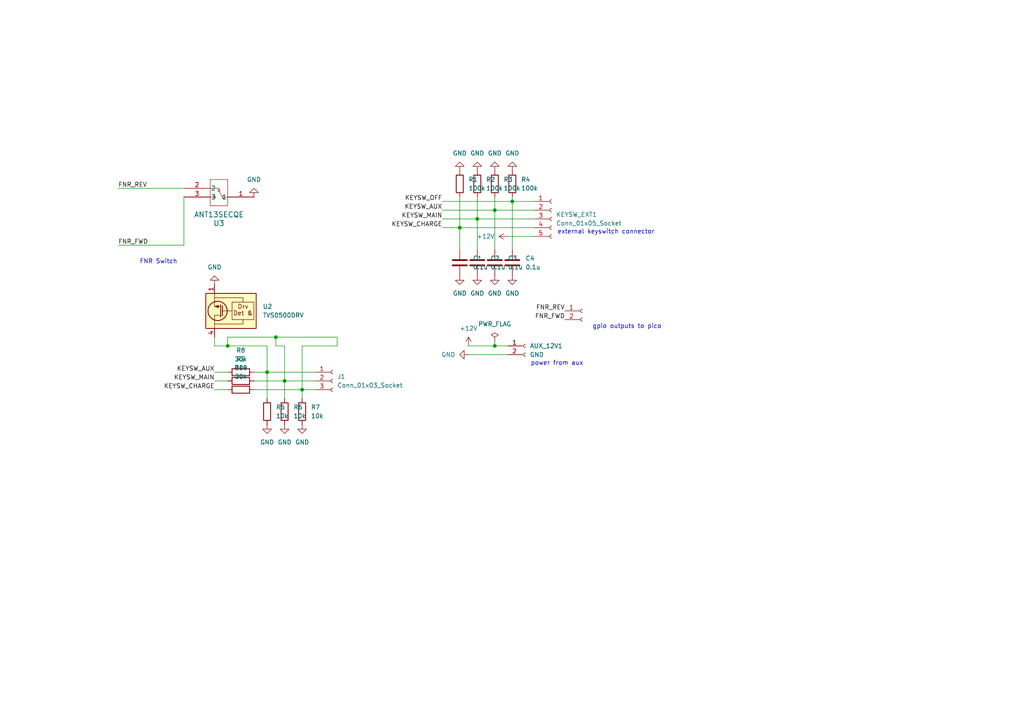
<source format=kicad_sch>
(kicad_sch (version 20250114) (generator "eeschema") (generator_version "9.0")
  (paper "A4")
  (lib_symbols
    (symbol "ANT13SECQE:ANT13SECQE" (pin_names (offset 0.254))
      (property "Reference" "U" (at 10.16 7.62 0))
      (property "Value" "ANT13SECQE" (at 10.16 5.08 0))
      (symbol "ANT13SECQE_0_1"
        (polyline (pts (xy 7.62 2.54) (xy 7.62 -5.08)) (stroke (width 0.127)))
        (polyline (pts (xy 7.62 0) (xy 8.5725 0)) (stroke (width 0.127)))
        (polyline (pts (xy 7.62 -5.08) (xy 12.7 -5.08)) (stroke (width 0.127)))
        (circle (center 8.89 0) (radius 0.3048) (stroke (width 0.127)))
        (polyline (pts (xy 10.16 -1.905) (xy 8.89 0.635)) (stroke (width 0.127)))
        (circle (center 10.16 -1.905) (radius 0.3048) (stroke (width 0.127)))
        (polyline (pts (xy 10.16 -2.54) (xy 10.16 -2.2098)) (stroke (width 0.127)))
        (polyline (pts (xy 10.16 -2.54) (xy 12.7 -2.54)) (stroke (width 0.127)))
        (circle (center 11.43 0) (radius 0.3048) (stroke (width 0.127)))
        (polyline (pts (xy 11.7475 0) (xy 12.7 0)) (stroke (width 0.127)))
        (polyline (pts (xy 12.7 2.54) (xy 7.62 2.54)) (stroke (width 0.127)))
        (polyline (pts (xy 12.7 -5.08) (xy 12.7 2.54)) (stroke (width 0.127)))
        (pin unspecified line (at 0 0 0) (length 7.62) (name "1") (number "1"))
        (pin unspecified line (at 20.32 0 180) (length 7.62) (name "3") (number "3"))
        (pin unspecified line (at 20.32 -2.54 180) (length 7.62) (name "2") (number "2"))
      )
    )
    (symbol "Connector:Conn_01x02_Socket" (pin_names (offset 1.016) (hide yes))
      (property "Reference" "J" (at 0 2.54 0))
      (property "Value" "Conn_01x02_Socket" (at 0 -5.08 0))
      (symbol "Conn_01x02_Socket_1_1"
        (polyline (pts (xy -1.27 0) (xy -0.508 0)) (stroke (width 0.1524)))
        (polyline (pts (xy -1.27 -2.54) (xy -0.508 -2.54)) (stroke (width 0.1524)))
        (arc (start 0 -0.508) (mid -0.5058 0) (end 0 0.508) (stroke (width 0.1524)))
        (arc (start 0 -3.048) (mid -0.5058 -2.54) (end 0 -2.032) (stroke (width 0.1524)))
        (pin passive line (at -5.08 0 0) (length 3.81) (name "Pin_1") (number "1"))
        (pin passive line (at -5.08 -2.54 0) (length 3.81) (name "Pin_2") (number "2"))
      )
    )
    (symbol "Connector:Conn_01x03_Socket" (pin_names (offset 1.016) (hide yes))
      (property "Reference" "J" (at 0 5.08 0))
      (property "Value" "Conn_01x03_Socket" (at 0 -5.08 0))
      (symbol "Conn_01x03_Socket_1_1"
        (polyline (pts (xy -1.27 2.54) (xy -0.508 2.54)) (stroke (width 0.1524)))
        (polyline (pts (xy -1.27 0) (xy -0.508 0)) (stroke (width 0.1524)))
        (polyline (pts (xy -1.27 -2.54) (xy -0.508 -2.54)) (stroke (width 0.1524)))
        (arc (start 0 2.032) (mid -0.5058 2.54) (end 0 3.048) (stroke (width 0.1524)))
        (arc (start 0 -0.508) (mid -0.5058 0) (end 0 0.508) (stroke (width 0.1524)))
        (arc (start 0 -3.048) (mid -0.5058 -2.54) (end 0 -2.032) (stroke (width 0.1524)))
        (pin passive line (at -5.08 2.54 0) (length 3.81) (name "Pin_1") (number "1"))
        (pin passive line (at -5.08 0 0) (length 3.81) (name "Pin_2") (number "2"))
        (pin passive line (at -5.08 -2.54 0) (length 3.81) (name "Pin_3") (number "3"))
      )
    )
    (symbol "Connector:Conn_01x05_Socket" (pin_names (offset 1.016) (hide yes))
      (property "Reference" "J" (at 0 7.62 0))
      (property "Value" "Conn_01x05_Socket" (at 0 -7.62 0))
      (symbol "Conn_01x05_Socket_1_1"
        (polyline (pts (xy -1.27 5.08) (xy -0.508 5.08)) (stroke (width 0.1524)))
        (polyline (pts (xy -1.27 2.54) (xy -0.508 2.54)) (stroke (width 0.1524)))
        (polyline (pts (xy -1.27 0) (xy -0.508 0)) (stroke (width 0.1524)))
        (polyline (pts (xy -1.27 -2.54) (xy -0.508 -2.54)) (stroke (width 0.1524)))
        (polyline (pts (xy -1.27 -5.08) (xy -0.508 -5.08)) (stroke (width 0.1524)))
        (arc (start 0 4.572) (mid -0.5058 5.08) (end 0 5.588) (stroke (width 0.1524)))
        (arc (start 0 2.032) (mid -0.5058 2.54) (end 0 3.048) (stroke (width 0.1524)))
        (arc (start 0 -0.508) (mid -0.5058 0) (end 0 0.508) (stroke (width 0.1524)))
        (arc (start 0 -3.048) (mid -0.5058 -2.54) (end 0 -2.032) (stroke (width 0.1524)))
        (arc (start 0 -5.588) (mid -0.5058 -5.08) (end 0 -4.572) (stroke (width 0.1524)))
        (pin passive line (at -5.08 5.08 0) (length 3.81) (name "Pin_1") (number "1"))
        (pin passive line (at -5.08 2.54 0) (length 3.81) (name "Pin_2") (number "2"))
        (pin passive line (at -5.08 0 0) (length 3.81) (name "Pin_3") (number "3"))
        (pin passive line (at -5.08 -2.54 0) (length 3.81) (name "Pin_4") (number "4"))
        (pin passive line (at -5.08 -5.08 0) (length 3.81) (name "Pin_5") (number "5"))
      )
    )
    (symbol "Device:C" (pin_numbers (hide yes)) (pin_names (offset 0.254))
      (property "Reference" "C" (at 0.635 2.54 0))
      (property "Value" "C" (at 0.635 -2.54 0))
      (symbol "C_0_1"
        (polyline (pts (xy -2.032 0.762) (xy 2.032 0.762)) (stroke (width 0.508)))
        (polyline (pts (xy -2.032 -0.762) (xy 2.032 -0.762)) (stroke (width 0.508)))
      )
      (symbol "C_1_1"
        (pin passive line (at 0 3.81 270) (length 2.794) (name "~") (number "1"))
        (pin passive line (at 0 -3.81 90) (length 2.794) (name "~") (number "2"))
      )
    )
    (symbol "Device:R" (pin_numbers (hide yes)) (pin_names (offset 0))
      (property "Reference" "R" (at 2.032 0 90))
      (property "Value" "R" (at 0 0 90))
      (symbol "R_0_1"
        (rectangle (start -1.016 -2.54) (end 1.016 2.54) (stroke (width 0.254)))
      )
      (symbol "R_1_1"
        (pin passive line (at 0 3.81 270) (length 1.27) (name "~") (number "1"))
        (pin passive line (at 0 -3.81 90) (length 1.27) (name "~") (number "2"))
      )
    )
    (symbol "Power_Protection:TVS0500DRV" (pin_names (offset 0) (hide yes))
      (property "Reference" "U" (at 2.54 1.27 0))
      (property "Value" "TVS0500DRV" (at 2.54 -1.27 0))
      (symbol "TVS0500DRV_0_0"
        (rectangle (start -11.43 2.54) (end -5.08 -2.54))
        (polyline (pts (xy -8.255 2.54) (xy -8.255 3.81) (xy 0 3.81)))
        (polyline (pts (xy -8.255 -2.54) (xy -8.255 -3.81) (xy 0 -3.81)))
        (polyline (pts (xy 0 1.27) (xy -1.778 1.27)))
        (text "Det &" (at -8.255 0.635 0) (effects (font (size 1.27 1.27))))
        (text "Drv" (at -8.255 -1.27 0) (effects (font (size 1.27 1.27))))
      )
      (symbol "TVS0500DRV_0_1"
        (rectangle (start -12.065 5.08) (end 2.54 -5.08) (stroke (width 0.254)) (fill (type background)))
        (polyline (pts (xy -2.286 1.397) (xy -2.286 -1.524)) (stroke (width 0.254)))
        (polyline (pts (xy -2.286 0) (xy -5.08 0)))
        (polyline (pts (xy -1.778 1.778) (xy -1.778 -1.778)) (stroke (width 0.254)))
        (circle (center -0.889 0) (radius 2.794) (stroke (width 0.254)))
        (polyline (pts (xy -0.127 -1.27) (xy -1.143 -1.651) (xy -1.143 -0.889) (xy -0.127 -1.27)) (fill (type outline)))
        (polyline (pts (xy 0 5.08) (xy 0 2.54)))
        (polyline (pts (xy 0 2.54) (xy 0 1.27)))
        (polyline (pts (xy 0 -2.54) (xy 0 -5.08)))
        (polyline (pts (xy 0 -2.54) (xy 0 -1.27) (xy -1.778 -1.27)))
      )
      (symbol "TVS0500DRV_1_1"
        (pin passive line (at 0 7.62 270) (length 2.54) (name "IN") (number "4"))
        (pin passive line (at 0 7.62 270) (length 2.54) (hide yes) (name "IN") (number "5"))
        (pin passive line (at 0 7.62 270) (length 2.54) (hide yes) (name "IN") (number "6"))
        (pin power_in line (at 0 -7.62 90) (length 2.54) (name "GND") (number "1"))
        (pin passive line (at 0 -7.62 90) (length 2.54) (hide yes) (name "GND") (number "2"))
        (pin passive line (at 0 -7.62 90) (length 2.54) (hide yes) (name "GND") (number "3"))
        (pin passive line (at 0 -7.62 90) (length 2.54) (hide yes) (name "GND") (number "7"))
      )
    )
    (symbol "power:+12V" (power) (pin_numbers (hide yes)) (pin_names (offset 0) (hide yes))
      (property "Value" "+12V" (at 0 3.556 0))
      (symbol "+12V_0_1"
        (polyline (pts (xy -0.762 1.27) (xy 0 2.54)))
        (polyline (pts (xy 0 2.54) (xy 0.762 1.27)))
        (polyline (pts (xy 0 0) (xy 0 2.54)))
      )
      (symbol "+12V_1_1"
        (pin power_in line (at 0 0 90) (length 0) (name "~") (number "1"))
      )
    )
    (symbol "power:GND" (power) (pin_numbers (hide yes)) (pin_names (offset 0) (hide yes))
      (property "Value" "GND" (at 0 -3.81 0))
      (symbol "GND_0_1"
        (polyline (pts (xy 0 0) (xy 0 -1.27) (xy 1.27 -1.27) (xy 0 -2.54) (xy -1.27 -1.27) (xy 0 -1.27)))
      )
      (symbol "GND_1_1"
        (pin power_in line (at 0 0 270) (length 0) (name "~") (number "1"))
      )
    )
    (symbol "power:PWR_FLAG" (power) (pin_numbers (hide yes)) (pin_names (offset 0) (hide yes))
      (property "Value" "PWR_FLAG" (at 0 3.81 0))
      (symbol "PWR_FLAG_0_0"
        (pin power_out line (at 0 0 90) (length 0) (name "~") (number "1"))
      )
      (symbol "PWR_FLAG_0_1"
        (polyline (pts (xy 0 0) (xy 0 1.27) (xy -1.016 1.905) (xy 0 2.54) (xy 1.016 1.905) (xy 0 1.27)))
      )
    )
  )
  (text "power from aux\n" (at 161.544 105.41 0) (effects (font (size 1.27 1.27))))
  (text "gpio outputs to pico" (at 181.864 94.742 0) (effects (font (size 1.27 1.27))))
  (text "FNR Switch" (at 45.974 75.946 0) (effects (font (size 1.27 1.27))))
  (text "external keyswitch connector" (at 175.768 67.31 0) (effects (font (size 1.27 1.27))))
  (junction (at 87.63 113.03))
  (junction (at 82.55 110.49))
  (junction (at 133.35 66.04))
  (junction (at 66.04 100.33))
  (junction (at 77.47 107.95))
  (junction (at 143.51 100.33))
  (junction (at 80.01 97.79))
  (junction (at 138.43 63.5))
  (junction (at 143.51 60.96))
  (junction (at 148.59 58.42))
  (wire (pts (xy 62.23 97.79) (xy 62.23 100.33)))
  (wire (pts (xy 62.23 113.03) (xy 66.04 113.03)))
  (wire (pts (xy 91.44 107.95) (xy 77.47 107.95)))
  (wire (pts (xy 148.59 58.42) (xy 148.59 72.39)))
  (wire (pts (xy 77.47 107.95) (xy 77.47 115.57)))
  (wire (pts (xy 87.63 113.03) (xy 91.44 113.03)))
  (wire (pts (xy 91.44 110.49) (xy 82.55 110.49)))
  (wire (pts (xy 147.32 68.58) (xy 154.94 68.58)))
  (wire (pts (xy 135.89 100.33) (xy 143.51 100.33)))
  (wire (pts (xy 133.35 66.04) (xy 154.94 66.04)))
  (wire (pts (xy 135.89 102.87) (xy 147.32 102.87)))
  (wire (pts (xy 62.23 100.33) (xy 66.04 100.33)))
  (wire (pts (xy 66.04 97.79) (xy 66.04 100.33)))
  (wire (pts (xy 62.23 110.49) (xy 66.04 110.49)))
  (wire (pts (xy 143.51 57.15) (xy 143.51 60.96)))
  (wire (pts (xy 128.27 66.04) (xy 133.35 66.04)))
  (wire (pts (xy 34.29 54.61) (xy 53.34 54.61)))
  (wire (pts (xy 143.51 100.33) (xy 147.32 100.33)))
  (wire (pts (xy 138.43 63.5) (xy 138.43 72.39)))
  (wire (pts (xy 138.43 63.5) (xy 154.94 63.5)))
  (wire (pts (xy 143.51 60.96) (xy 154.94 60.96)))
  (wire (pts (xy 133.35 66.04) (xy 133.35 72.39)))
  (wire (pts (xy 77.47 100.33) (xy 77.47 107.95)))
  (wire (pts (xy 148.59 57.15) (xy 148.59 58.42)))
  (wire (pts (xy 66.04 100.33) (xy 77.47 100.33)))
  (wire (pts (xy 53.34 57.15) (xy 53.34 71.12)))
  (wire (pts (xy 82.55 100.33) (xy 82.55 110.49)))
  (wire (pts (xy 73.66 113.03) (xy 87.63 113.03)))
  (wire (pts (xy 143.51 99.06) (xy 143.51 100.33)))
  (wire (pts (xy 133.35 57.15) (xy 133.35 66.04)))
  (wire (pts (xy 80.01 100.33) (xy 82.55 100.33)))
  (wire (pts (xy 80.01 97.79) (xy 97.79 97.79)))
  (wire (pts (xy 34.29 71.12) (xy 53.34 71.12)))
  (wire (pts (xy 138.43 57.15) (xy 138.43 63.5)))
  (wire (pts (xy 148.59 58.42) (xy 154.94 58.42)))
  (wire (pts (xy 97.79 100.33) (xy 87.63 100.33)))
  (wire (pts (xy 82.55 110.49) (xy 82.55 115.57)))
  (wire (pts (xy 73.66 110.49) (xy 82.55 110.49)))
  (wire (pts (xy 66.04 97.79) (xy 80.01 97.79)))
  (wire (pts (xy 143.51 60.96) (xy 143.51 72.39)))
  (wire (pts (xy 128.27 63.5) (xy 138.43 63.5)))
  (wire (pts (xy 80.01 97.79) (xy 80.01 100.33)))
  (wire (pts (xy 97.79 97.79) (xy 97.79 100.33)))
  (wire (pts (xy 62.23 107.95) (xy 66.04 107.95)))
  (wire (pts (xy 128.27 58.42) (xy 148.59 58.42)))
  (wire (pts (xy 128.27 60.96) (xy 143.51 60.96)))
  (wire (pts (xy 73.66 107.95) (xy 77.47 107.95)))
  (wire (pts (xy 87.63 100.33) (xy 87.63 113.03)))
  (wire (pts (xy 87.63 115.57) (xy 87.63 113.03)))
  (label "KEYSW_AUX" (at 128.27 60.96 180))
  (label "FNR_FWD" (at 34.29 71.12 0))
  (label "KEYSW_MAIN" (at 128.27 63.5 180))
  (label "KEYSW_OFF" (at 128.27 58.42 180))
  (label "KEYSW_CHARGE" (at 128.27 66.04 180))
  (label "FNR_REV" (at 34.29 54.61 0))
  (label "KEYSW_AUX" (at 62.23 107.95 180))
  (label "KEYSW_MAIN" (at 62.23 110.49 180))
  (label "FNR_FWD" (at 163.83 92.71 180))
  (label "FNR_REV" (at 163.83 90.17 180))
  (label "KEYSW_CHARGE" (at 62.23 113.03 180))
  (symbol (lib_id "Device:R") (at 82.55 119.38 0) (unit 1)
    (property "Reference" "R6" (at 85.09 118.1099 0) (effects (justify left)))
    (property "Value" "10k" (at 85.09 120.6499 0) (effects (justify left)))
    (property "Footprint" "Resistor_SMD:R_0402_1005Metric" (effects (hide yes)))
    (property "Description" "Resistor" (effects (hide yes)))
  )
  (symbol (lib_id "Device:C") (at 133.35 76.2 0) (unit 1)
    (property "Reference" "C1" (at 137.16 74.9299 0) (effects (justify left)))
    (property "Value" "0.1u" (at 137.16 77.4699 0) (effects (justify left)))
    (property "Footprint" "Capacitor_SMD:C_0402_1005Metric" (effects (hide yes)))
    (property "Description" "Unpolarized capacitor" (effects (hide yes)))
  )
  (symbol (lib_id "power:GND") (at 148.59 80.01 0) (unit 1)
    (property "Reference" "#PWR015" (effects (hide yes)))
    (property "Value" "GND" (at 148.59 85.09 0))
    (property "Description" "Power symbol creates a global label with name \"GND\" , ground" (effects (hide yes)))
  )
  (symbol (lib_id "power:+12V") (at 135.89 100.33 0) (unit 1)
    (property "Reference" "#PWR01" (effects (hide yes)))
    (property "Value" "+12V" (at 135.89 95.25 0))
    (property "Description" "Power symbol creates a global label with name \"+12V\"" (effects (hide yes)))
  )
  (symbol (lib_id "Device:C") (at 143.51 76.2 0) (unit 1)
    (property "Reference" "C3" (at 147.32 74.9299 0) (effects (justify left)))
    (property "Value" "0.1u" (at 147.32 77.4699 0) (effects (justify left)))
    (property "Footprint" "Capacitor_SMD:C_0402_1005Metric" (effects (hide yes)))
    (property "Description" "Unpolarized capacitor" (effects (hide yes)))
  )
  (symbol (lib_id "power:GND") (at 73.66 57.15 180) (unit 1)
    (property "Reference" "#PWR09" (effects (hide yes)))
    (property "Value" "GND" (at 73.66 52.07 0))
    (property "Description" "Power symbol creates a global label with name \"GND\" , ground" (effects (hide yes)))
  )
  (symbol (lib_id "power:GND") (at 133.35 80.01 0) (unit 1)
    (property "Reference" "#PWR012" (effects (hide yes)))
    (property "Value" "GND" (at 133.35 85.09 0))
    (property "Description" "Power symbol creates a global label with name \"GND\" , ground" (effects (hide yes)))
  )
  (symbol (lib_id "power:PWR_FLAG") (at 143.51 99.06 0) (unit 1)
    (property "Reference" "#FLG01" (effects (hide yes)))
    (property "Value" "PWR_FLAG" (at 143.51 93.98 0))
    (property "Description" "Special symbol for telling ERC where power comes from" (effects (hide yes)))
  )
  (symbol (lib_id "power:GND") (at 148.59 49.53 180) (unit 1)
    (property "Reference" "#PWR02" (effects (hide yes)))
    (property "Value" "GND" (at 148.59 44.45 0))
    (property "Description" "Power symbol creates a global label with name \"GND\" , ground" (effects (hide yes)))
  )
  (symbol (lib_id "power:GND") (at 143.51 80.01 0) (unit 1)
    (property "Reference" "#PWR014" (effects (hide yes)))
    (property "Value" "GND" (at 143.51 85.09 0))
    (property "Description" "Power symbol creates a global label with name \"GND\" , ground" (effects (hide yes)))
  )
  (symbol (lib_id "Device:C") (at 138.43 76.2 0) (unit 1)
    (property "Reference" "C2" (at 142.24 74.9299 0) (effects (justify left)))
    (property "Value" "0.1u" (at 142.24 77.4699 0) (effects (justify left)))
    (property "Footprint" "Capacitor_SMD:C_0402_1005Metric" (effects (hide yes)))
    (property "Description" "Unpolarized capacitor" (effects (hide yes)))
  )
  (symbol (lib_id "power:GND") (at 87.63 123.19 0) (unit 1)
    (property "Reference" "#PWR08" (effects (hide yes)))
    (property "Value" "GND" (at 87.63 128.27 0))
    (property "Description" "Power symbol creates a global label with name \"GND\" , ground" (effects (hide yes)))
  )
  (symbol (lib_id "power:GND") (at 143.51 49.53 180) (unit 1)
    (property "Reference" "#PWR04" (effects (hide yes)))
    (property "Value" "GND" (at 143.51 44.45 0))
    (property "Description" "Power symbol creates a global label with name \"GND\" , ground" (effects (hide yes)))
  )
  (symbol (lib_id "power:GND") (at 77.47 123.19 0) (unit 1)
    (property "Reference" "#PWR011" (effects (hide yes)))
    (property "Value" "GND" (at 77.47 128.27 0))
    (property "Description" "Power symbol creates a global label with name \"GND\" , ground" (effects (hide yes)))
  )
  (symbol (lib_id "Device:R") (at 77.47 119.38 0) (unit 1)
    (property "Reference" "R5" (at 80.01 118.1099 0) (effects (justify left)))
    (property "Value" "10k" (at 80.01 120.6499 0) (effects (justify left)))
    (property "Footprint" "Resistor_SMD:R_0402_1005Metric" (effects (hide yes)))
    (property "Description" "Resistor" (effects (hide yes)))
  )
  (symbol (lib_id "Device:R") (at 138.43 53.34 0) (unit 1)
    (property "Reference" "R2" (at 140.97 52.0699 0) (effects (justify left)))
    (property "Value" "100k" (at 140.97 54.6099 0) (effects (justify left)))
    (property "Footprint" "Resistor_SMD:R_0402_1005Metric" (effects (hide yes)))
    (property "Description" "Resistor" (effects (hide yes)))
  )
  (symbol (lib_id "Device:R") (at 69.85 110.49 90) (unit 1)
    (property "Reference" "R9" (at 69.85 104.14 90))
    (property "Value" "30k" (at 69.85 106.68 90))
    (property "Footprint" "Resistor_SMD:R_0402_1005Metric" (effects (hide yes)))
    (property "Description" "Resistor" (effects (hide yes)))
  )
  (symbol (lib_id "Connector:Conn_01x05_Socket") (at 160.02 63.5 0) (unit 1)
    (property "Reference" "KEYSW_EXT1" (at 161.29 62.2299 0) (effects (justify left)))
    (property "Value" "Conn_01x05_Socket" (at 161.29 64.7699 0) (effects (justify left)))
    (property "Footprint" "Connector_Molex:Molex_Micro-Fit_3.0_43650-0500_1x05_P3.00mm_Horizontal" (effects (hide yes)))
    (property "Description" "Generic connector, single row, 01x05, script generated" (effects (hide yes)))
  )
  (symbol (lib_id "power:+12V") (at 147.32 68.58 90) (unit 1)
    (property "Reference" "#PWR03" (effects (hide yes)))
    (property "Value" "+12V" (at 143.51 68.5799 90) (effects (justify left)))
    (property "Description" "Power symbol creates a global label with name \"+12V\"" (effects (hide yes)))
  )
  (symbol (lib_id "Device:R") (at 69.85 113.03 90) (unit 1)
    (property "Reference" "R10" (at 69.85 106.68 90))
    (property "Value" "30k" (at 69.85 109.22 90))
    (property "Footprint" "Resistor_SMD:R_0402_1005Metric" (effects (hide yes)))
    (property "Description" "Resistor" (effects (hide yes)))
  )
  (symbol (lib_id "Device:R") (at 133.35 53.34 0) (unit 1)
    (property "Reference" "R1" (at 135.89 52.0699 0) (effects (justify left)))
    (property "Value" "100k" (at 135.89 54.6099 0) (effects (justify left)))
    (property "Footprint" "Resistor_SMD:R_0402_1005Metric" (effects (hide yes)))
    (property "Description" "Resistor" (effects (hide yes)))
  )
  (symbol (lib_id "Device:R") (at 143.51 53.34 0) (unit 1)
    (property "Reference" "R3" (at 146.05 52.0699 0) (effects (justify left)))
    (property "Value" "100k" (at 146.05 54.6099 0) (effects (justify left)))
    (property "Footprint" "Resistor_SMD:R_0402_1005Metric" (effects (hide yes)))
    (property "Description" "Resistor" (effects (hide yes)))
  )
  (symbol (lib_id "Device:R") (at 148.59 53.34 0) (unit 1)
    (property "Reference" "R4" (at 151.13 52.0699 0) (effects (justify left)))
    (property "Value" "100k" (at 151.13 54.6099 0) (effects (justify left)))
    (property "Footprint" "Resistor_SMD:R_0402_1005Metric" (effects (hide yes)))
    (property "Description" "Resistor" (effects (hide yes)))
  )
  (symbol (lib_id "Device:R") (at 87.63 119.38 0) (unit 1)
    (property "Reference" "R7" (at 90.17 118.1099 0) (effects (justify left)))
    (property "Value" "10k" (at 90.17 120.6499 0) (effects (justify left)))
    (property "Footprint" "Resistor_SMD:R_0402_1005Metric" (effects (hide yes)))
    (property "Description" "Resistor" (effects (hide yes)))
  )
  (symbol (lib_id "power:GND") (at 135.89 102.87 270) (unit 1)
    (property "Reference" "#PWR05" (effects (hide yes)))
    (property "Value" "GND" (at 132.08 102.8699 90) (effects (justify right)))
    (property "Description" "Power symbol creates a global label with name \"GND\" , ground" (effects (hide yes)))
  )
  (symbol (lib_id "power:GND") (at 62.23 82.55 180) (unit 1)
    (property "Reference" "#PWR016" (effects (hide yes)))
    (property "Value" "GND" (at 62.23 77.47 0))
    (property "Description" "Power symbol creates a global label with name \"GND\" , ground" (effects (hide yes)))
  )
  (symbol (lib_id "Power_Protection:TVS0500DRV") (at 62.23 90.17 180) (unit 1)
    (property "Reference" "U2" (at 76.2 88.8999 0) (effects (justify right)))
    (property "Value" "TVS0500DRV" (at 76.2 91.4399 0) (effects (justify right)))
    (property "Footprint" "Package_SON:WSON-6-1EP_2x2mm_P0.65mm_EP1x1.6mm" (effects (hide yes)))
    (property "Datasheet" "http://www.ti.com/lit/ds/symlink/tvs0500.pdf" (effects (hide yes)))
    (property "Description" "Flat-Clamp Surge Protection Device. 5Vrwm, WSON-6" (effects (hide yes)))
  )
  (symbol (lib_id "Connector:Conn_01x02_Socket") (at 152.4 100.33 0) (unit 1)
    (property "Reference" "AUX_12V1" (at 153.67 100.3299 0) (effects (justify left)))
    (property "Value" "GND" (at 153.67 102.8699 0) (effects (justify left)))
    (property "Footprint" "Connector_Molex:Molex_Micro-Fit_3.0_43650-0215_1x02_P3.00mm_Vertical" (effects (hide yes)))
    (property "Description" "Generic connector, single row, 01x02, script generated" (effects (hide yes)))
  )
  (symbol (lib_id "Connector:Conn_01x02_Socket") (at 168.91 90.17 0) (unit 1)
    (property "Reference" "GPIO6" (effects (hide yes)))
    (property "Value" "GPIO7" (effects (hide yes)))
    (property "Footprint" "Connector_Molex:Molex_Micro-Fit_3.0_43650-0200_1x02_P3.00mm_Horizontal" (effects (hide yes)))
    (property "Description" "Generic connector, single row, 01x02, script generated" (effects (hide yes)))
  )
  (symbol (lib_id "Connector:Conn_01x03_Socket") (at 96.52 110.49 0) (unit 1)
    (property "Reference" "J1" (at 97.79 109.2199 0) (effects (justify left)))
    (property "Value" "Conn_01x03_Socket" (at 97.79 111.7599 0) (effects (justify left)))
    (property "Footprint" "Connector_Molex:Molex_Micro-Fit_3.0_43650-0300_1x03_P3.00mm_Horizontal" (effects (hide yes)))
    (property "Description" "Generic connector, single row, 01x03, script generated" (effects (hide yes)))
  )
  (symbol (lib_id "ANT13SECQE:ANT13SECQE") (at 73.66 57.15 180) (unit 1)
    (property "Reference" "U3" (at 63.5 64.77 0) (effects (font (size 1.524 1.524))))
    (property "Value" "ANT13SECQE" (at 63.5 62.23 0) (effects (font (size 1.524 1.524))))
    (property "Footprint" "ANT13SECQE:ANT13SEC_CRS" (effects (hide yes)))
    (property "Datasheet" "ANT13SECQE" (effects (hide yes)))
  )
  (symbol (lib_id "power:GND") (at 133.35 49.53 180) (unit 1)
    (property "Reference" "#PWR07" (effects (hide yes)))
    (property "Value" "GND" (at 133.35 44.45 0))
    (property "Description" "Power symbol creates a global label with name \"GND\" , ground" (effects (hide yes)))
  )
  (symbol (lib_id "Device:R") (at 69.85 107.95 90) (unit 1)
    (property "Reference" "R8" (at 69.85 101.6 90))
    (property "Value" "30k" (at 69.85 104.14 90))
    (property "Footprint" "Resistor_SMD:R_0402_1005Metric" (effects (hide yes)))
    (property "Description" "Resistor" (effects (hide yes)))
  )
  (symbol (lib_id "Device:C") (at 148.59 76.2 0) (unit 1)
    (property "Reference" "C4" (at 152.4 74.9299 0) (effects (justify left)))
    (property "Value" "0.1u" (at 152.4 77.4699 0) (effects (justify left)))
    (property "Footprint" "Capacitor_SMD:C_0402_1005Metric" (effects (hide yes)))
    (property "Description" "Unpolarized capacitor" (effects (hide yes)))
  )
  (symbol (lib_id "power:GND") (at 82.55 123.19 0) (unit 1)
    (property "Reference" "#PWR010" (effects (hide yes)))
    (property "Value" "GND" (at 82.55 128.27 0))
    (property "Description" "Power symbol creates a global label with name \"GND\" , ground" (effects (hide yes)))
  )
  (symbol (lib_id "power:GND") (at 138.43 80.01 0) (unit 1)
    (property "Reference" "#PWR013" (effects (hide yes)))
    (property "Value" "GND" (at 138.43 85.09 0))
    (property "Description" "Power symbol creates a global label with name \"GND\" , ground" (effects (hide yes)))
  )
  (symbol (lib_id "power:GND") (at 138.43 49.53 180) (unit 1)
    (property "Reference" "#PWR06" (effects (hide yes)))
    (property "Value" "GND" (at 138.43 44.45 0))
    (property "Description" "Power symbol creates a global label with name \"GND\" , ground" (effects (hide yes)))
  )
)
</source>
